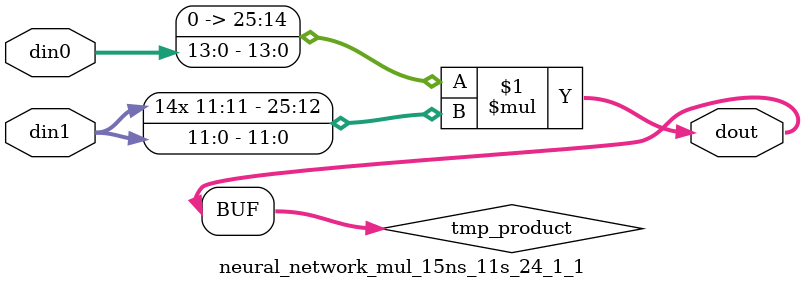
<source format=v>

`timescale 1 ns / 1 ps

  module neural_network_mul_15ns_11s_24_1_1(din0, din1, dout);
parameter ID = 1;
parameter NUM_STAGE = 0;
parameter din0_WIDTH = 14;
parameter din1_WIDTH = 12;
parameter dout_WIDTH = 26;

input [din0_WIDTH - 1 : 0] din0; 
input [din1_WIDTH - 1 : 0] din1; 
output [dout_WIDTH - 1 : 0] dout;

wire signed [dout_WIDTH - 1 : 0] tmp_product;











assign tmp_product = $signed({1'b0, din0}) * $signed(din1);










assign dout = tmp_product;







endmodule

</source>
